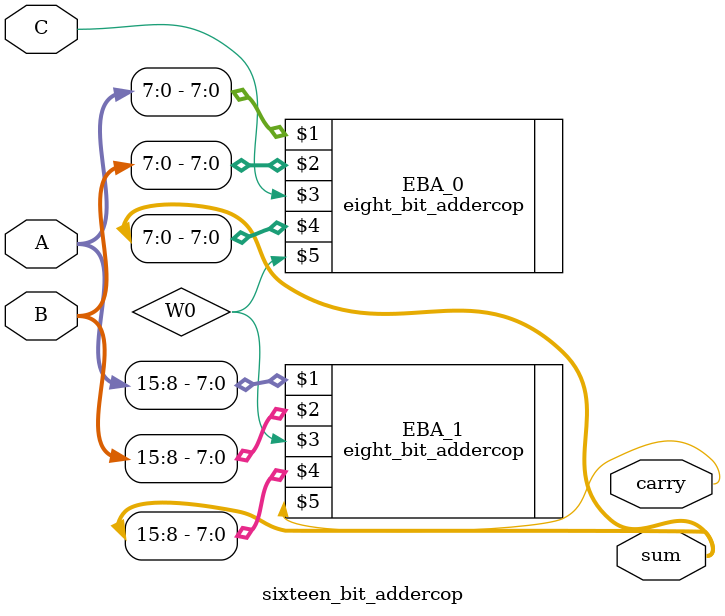
<source format=v>
`include "eight_bit_addercop.v"
module sixteen_bit_addercop(A, B, C, sum, carry);
	input[15:0] A, B;	
	input C;
	output[15:0] sum;
	output carry;
	wire W0;
	eight_bit_addercop EBA_0(A[7:0], B[7:0], C, sum[7:0], W0);
	eight_bit_addercop EBA_1(A[15:8], B[15:8], W0, sum[15:8], carry);
endmodule

</source>
